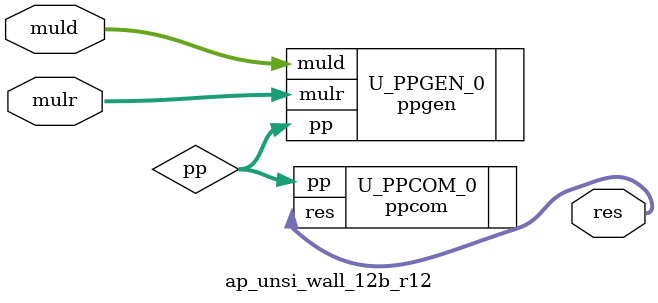
<source format=v>
module ap_unsi_wall_12b_r12 (
    input  [11:0] muld,
    input  [11:0] mulr,
    
    output [23:0] res
);

wire [143:0] pp;

ppgen #(
    .DW                             (  12                           ))
U_PPGEN_0(
    .muld                           ( muld                          ),
    .mulr                           ( mulr                          ),
    .pp                             ( pp                            )
);


ppcom U_PPCOM_0(
    .pp                             ( pp                            ),
    .res                            ( res                           )
);


endmodule

</source>
